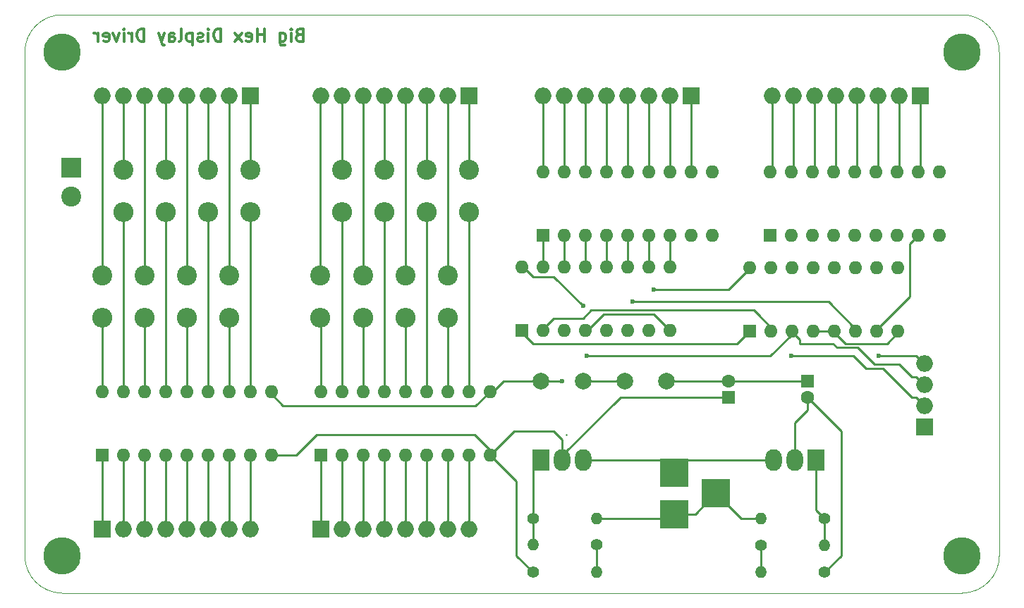
<source format=gbr>
G04 #@! TF.FileFunction,Copper,L2,Bot,Signal*
%FSLAX46Y46*%
G04 Gerber Fmt 4.6, Leading zero omitted, Abs format (unit mm)*
G04 Created by KiCad (PCBNEW 4.0.6) date 12/19/17 11:22:06*
%MOMM*%
%LPD*%
G01*
G04 APERTURE LIST*
%ADD10C,0.100000*%
%ADD11C,0.300000*%
%ADD12R,1.600000X1.600000*%
%ADD13O,1.600000X1.600000*%
%ADD14C,2.400000*%
%ADD15O,2.400000X2.400000*%
%ADD16O,1.998980X1.998980*%
%ADD17R,1.998980X1.998980*%
%ADD18C,1.400000*%
%ADD19O,1.400000X1.400000*%
%ADD20R,2.000000X2.600000*%
%ADD21O,2.000000X2.600000*%
%ADD22C,2.000000*%
%ADD23C,1.600000*%
%ADD24R,3.500000X3.500000*%
%ADD25C,4.500880*%
%ADD26R,2.400000X2.400000*%
%ADD27C,0.600000*%
%ADD28C,0.250000*%
G04 APERTURE END LIST*
D10*
D11*
X97964285Y-55392857D02*
X97749999Y-55464286D01*
X97678571Y-55535714D01*
X97607142Y-55678571D01*
X97607142Y-55892857D01*
X97678571Y-56035714D01*
X97749999Y-56107143D01*
X97892857Y-56178571D01*
X98464285Y-56178571D01*
X98464285Y-54678571D01*
X97964285Y-54678571D01*
X97821428Y-54750000D01*
X97749999Y-54821429D01*
X97678571Y-54964286D01*
X97678571Y-55107143D01*
X97749999Y-55250000D01*
X97821428Y-55321429D01*
X97964285Y-55392857D01*
X98464285Y-55392857D01*
X96964285Y-56178571D02*
X96964285Y-55178571D01*
X96964285Y-54678571D02*
X97035714Y-54750000D01*
X96964285Y-54821429D01*
X96892857Y-54750000D01*
X96964285Y-54678571D01*
X96964285Y-54821429D01*
X95607142Y-55178571D02*
X95607142Y-56392857D01*
X95678571Y-56535714D01*
X95749999Y-56607143D01*
X95892856Y-56678571D01*
X96107142Y-56678571D01*
X96249999Y-56607143D01*
X95607142Y-56107143D02*
X95749999Y-56178571D01*
X96035713Y-56178571D01*
X96178571Y-56107143D01*
X96249999Y-56035714D01*
X96321428Y-55892857D01*
X96321428Y-55464286D01*
X96249999Y-55321429D01*
X96178571Y-55250000D01*
X96035713Y-55178571D01*
X95749999Y-55178571D01*
X95607142Y-55250000D01*
X93749999Y-56178571D02*
X93749999Y-54678571D01*
X93749999Y-55392857D02*
X92892856Y-55392857D01*
X92892856Y-56178571D02*
X92892856Y-54678571D01*
X91607142Y-56107143D02*
X91749999Y-56178571D01*
X92035713Y-56178571D01*
X92178570Y-56107143D01*
X92249999Y-55964286D01*
X92249999Y-55392857D01*
X92178570Y-55250000D01*
X92035713Y-55178571D01*
X91749999Y-55178571D01*
X91607142Y-55250000D01*
X91535713Y-55392857D01*
X91535713Y-55535714D01*
X92249999Y-55678571D01*
X91035713Y-56178571D02*
X90249999Y-55178571D01*
X91035713Y-55178571D02*
X90249999Y-56178571D01*
X88535713Y-56178571D02*
X88535713Y-54678571D01*
X88178570Y-54678571D01*
X87964285Y-54750000D01*
X87821427Y-54892857D01*
X87749999Y-55035714D01*
X87678570Y-55321429D01*
X87678570Y-55535714D01*
X87749999Y-55821429D01*
X87821427Y-55964286D01*
X87964285Y-56107143D01*
X88178570Y-56178571D01*
X88535713Y-56178571D01*
X87035713Y-56178571D02*
X87035713Y-55178571D01*
X87035713Y-54678571D02*
X87107142Y-54750000D01*
X87035713Y-54821429D01*
X86964285Y-54750000D01*
X87035713Y-54678571D01*
X87035713Y-54821429D01*
X86392856Y-56107143D02*
X86249999Y-56178571D01*
X85964284Y-56178571D01*
X85821427Y-56107143D01*
X85749999Y-55964286D01*
X85749999Y-55892857D01*
X85821427Y-55750000D01*
X85964284Y-55678571D01*
X86178570Y-55678571D01*
X86321427Y-55607143D01*
X86392856Y-55464286D01*
X86392856Y-55392857D01*
X86321427Y-55250000D01*
X86178570Y-55178571D01*
X85964284Y-55178571D01*
X85821427Y-55250000D01*
X85107141Y-55178571D02*
X85107141Y-56678571D01*
X85107141Y-55250000D02*
X84964284Y-55178571D01*
X84678570Y-55178571D01*
X84535713Y-55250000D01*
X84464284Y-55321429D01*
X84392855Y-55464286D01*
X84392855Y-55892857D01*
X84464284Y-56035714D01*
X84535713Y-56107143D01*
X84678570Y-56178571D01*
X84964284Y-56178571D01*
X85107141Y-56107143D01*
X83535712Y-56178571D02*
X83678570Y-56107143D01*
X83749998Y-55964286D01*
X83749998Y-54678571D01*
X82321427Y-56178571D02*
X82321427Y-55392857D01*
X82392856Y-55250000D01*
X82535713Y-55178571D01*
X82821427Y-55178571D01*
X82964284Y-55250000D01*
X82321427Y-56107143D02*
X82464284Y-56178571D01*
X82821427Y-56178571D01*
X82964284Y-56107143D01*
X83035713Y-55964286D01*
X83035713Y-55821429D01*
X82964284Y-55678571D01*
X82821427Y-55607143D01*
X82464284Y-55607143D01*
X82321427Y-55535714D01*
X81749998Y-55178571D02*
X81392855Y-56178571D01*
X81035713Y-55178571D02*
X81392855Y-56178571D01*
X81535713Y-56535714D01*
X81607141Y-56607143D01*
X81749998Y-56678571D01*
X79321427Y-56178571D02*
X79321427Y-54678571D01*
X78964284Y-54678571D01*
X78749999Y-54750000D01*
X78607141Y-54892857D01*
X78535713Y-55035714D01*
X78464284Y-55321429D01*
X78464284Y-55535714D01*
X78535713Y-55821429D01*
X78607141Y-55964286D01*
X78749999Y-56107143D01*
X78964284Y-56178571D01*
X79321427Y-56178571D01*
X77821427Y-56178571D02*
X77821427Y-55178571D01*
X77821427Y-55464286D02*
X77749999Y-55321429D01*
X77678570Y-55250000D01*
X77535713Y-55178571D01*
X77392856Y-55178571D01*
X76892856Y-56178571D02*
X76892856Y-55178571D01*
X76892856Y-54678571D02*
X76964285Y-54750000D01*
X76892856Y-54821429D01*
X76821428Y-54750000D01*
X76892856Y-54678571D01*
X76892856Y-54821429D01*
X76321427Y-55178571D02*
X75964284Y-56178571D01*
X75607142Y-55178571D01*
X74464285Y-56107143D02*
X74607142Y-56178571D01*
X74892856Y-56178571D01*
X75035713Y-56107143D01*
X75107142Y-55964286D01*
X75107142Y-55392857D01*
X75035713Y-55250000D01*
X74892856Y-55178571D01*
X74607142Y-55178571D01*
X74464285Y-55250000D01*
X74392856Y-55392857D01*
X74392856Y-55535714D01*
X75107142Y-55678571D01*
X73749999Y-56178571D02*
X73749999Y-55178571D01*
X73749999Y-55464286D02*
X73678571Y-55321429D01*
X73607142Y-55250000D01*
X73464285Y-55178571D01*
X73321428Y-55178571D01*
D10*
X65000000Y-117500000D02*
X65000000Y-118000000D01*
X65000000Y-57500000D02*
X65000000Y-117500000D01*
X69500000Y-53000000D02*
G75*
G03X65000000Y-57500000I0J-4500000D01*
G01*
X65000000Y-118000000D02*
G75*
G03X69500000Y-122500000I4500000J0D01*
G01*
X177500000Y-122500000D02*
X69500000Y-122500000D01*
X177500000Y-53000000D02*
X69500000Y-53000000D01*
X177500000Y-122500000D02*
G75*
G03X182000000Y-118000000I0J4500000D01*
G01*
X182000000Y-57500000D02*
X182000000Y-118000000D01*
X182000000Y-57500000D02*
G75*
G03X177500000Y-53000000I-4500000J0D01*
G01*
D12*
X152000000Y-91000000D03*
D13*
X169780000Y-83380000D03*
X154540000Y-91000000D03*
X167240000Y-83380000D03*
X157080000Y-91000000D03*
X164700000Y-83380000D03*
X159620000Y-91000000D03*
X162160000Y-83380000D03*
X162160000Y-91000000D03*
X159620000Y-83380000D03*
X164700000Y-91000000D03*
X157080000Y-83380000D03*
X167240000Y-91000000D03*
X154540000Y-83380000D03*
X169780000Y-91000000D03*
X152000000Y-83380000D03*
D14*
X105600000Y-84290000D03*
D15*
X105600000Y-89370000D03*
D12*
X127200000Y-79490000D03*
D13*
X147520000Y-71870000D03*
X129740000Y-79490000D03*
X144980000Y-71870000D03*
X132280000Y-79490000D03*
X142440000Y-71870000D03*
X134820000Y-79490000D03*
X139900000Y-71870000D03*
X137360000Y-79490000D03*
X137360000Y-71870000D03*
X139900000Y-79490000D03*
X134820000Y-71870000D03*
X142440000Y-79490000D03*
X132280000Y-71870000D03*
X144980000Y-79490000D03*
X129740000Y-71870000D03*
X147520000Y-79490000D03*
X127200000Y-71870000D03*
D12*
X154500000Y-79500000D03*
D13*
X174820000Y-71880000D03*
X157040000Y-79500000D03*
X172280000Y-71880000D03*
X159580000Y-79500000D03*
X169740000Y-71880000D03*
X162120000Y-79500000D03*
X167200000Y-71880000D03*
X164660000Y-79500000D03*
X164660000Y-71880000D03*
X167200000Y-79500000D03*
X162120000Y-71880000D03*
X169740000Y-79500000D03*
X159580000Y-71880000D03*
X172280000Y-79500000D03*
X157040000Y-71880000D03*
X174820000Y-79500000D03*
X154500000Y-71880000D03*
D12*
X124660000Y-90920000D03*
D13*
X142440000Y-83300000D03*
X127200000Y-90920000D03*
X139900000Y-83300000D03*
X129740000Y-90920000D03*
X137360000Y-83300000D03*
X132280000Y-90920000D03*
X134820000Y-83300000D03*
X134820000Y-90920000D03*
X132280000Y-83300000D03*
X137360000Y-90920000D03*
X129740000Y-83300000D03*
X139900000Y-90920000D03*
X127200000Y-83300000D03*
X142440000Y-90920000D03*
X124660000Y-83300000D03*
D12*
X74270000Y-105880000D03*
D13*
X94590000Y-98260000D03*
X76810000Y-105880000D03*
X92050000Y-98260000D03*
X79350000Y-105880000D03*
X89510000Y-98260000D03*
X81890000Y-105880000D03*
X86970000Y-98260000D03*
X84430000Y-105880000D03*
X84430000Y-98260000D03*
X86970000Y-105880000D03*
X81890000Y-98260000D03*
X89510000Y-105880000D03*
X79350000Y-98260000D03*
X92050000Y-105880000D03*
X76810000Y-98260000D03*
X94590000Y-105880000D03*
X74270000Y-98260000D03*
D12*
X100520000Y-105880000D03*
D13*
X120840000Y-98260000D03*
X103060000Y-105880000D03*
X118300000Y-98260000D03*
X105600000Y-105880000D03*
X115760000Y-98260000D03*
X108140000Y-105880000D03*
X113220000Y-98260000D03*
X110680000Y-105880000D03*
X110680000Y-98260000D03*
X113220000Y-105880000D03*
X108140000Y-98260000D03*
X115760000Y-105880000D03*
X105600000Y-98260000D03*
X118300000Y-105880000D03*
X103060000Y-98260000D03*
X120840000Y-105880000D03*
X100520000Y-98260000D03*
D16*
X108140000Y-114770000D03*
D17*
X100520000Y-114770000D03*
D16*
X103060000Y-114770000D03*
X105600000Y-114770000D03*
X110680000Y-114770000D03*
X113220000Y-114770000D03*
X115760000Y-114770000D03*
X118300000Y-114770000D03*
X81890000Y-114770000D03*
D17*
X74270000Y-114770000D03*
D16*
X76810000Y-114770000D03*
X79350000Y-114770000D03*
X84430000Y-114770000D03*
X86970000Y-114770000D03*
X89510000Y-114770000D03*
X92050000Y-114770000D03*
X110680000Y-62700000D03*
D17*
X118300000Y-62700000D03*
D16*
X115760000Y-62700000D03*
X113220000Y-62700000D03*
X108140000Y-62700000D03*
X105600000Y-62700000D03*
X103060000Y-62700000D03*
X100520000Y-62700000D03*
X84430000Y-62700000D03*
D17*
X92050000Y-62700000D03*
D16*
X89510000Y-62700000D03*
X86970000Y-62700000D03*
X81890000Y-62700000D03*
X79350000Y-62700000D03*
X76810000Y-62700000D03*
X74270000Y-62700000D03*
X164880000Y-62700000D03*
D17*
X172500000Y-62700000D03*
D16*
X169960000Y-62700000D03*
X167420000Y-62700000D03*
X162340000Y-62700000D03*
X159800000Y-62700000D03*
X157260000Y-62700000D03*
X154720000Y-62700000D03*
X137380000Y-62700000D03*
D17*
X145000000Y-62700000D03*
D16*
X142460000Y-62700000D03*
X139920000Y-62700000D03*
X134840000Y-62700000D03*
X132300000Y-62700000D03*
X129760000Y-62700000D03*
X127220000Y-62700000D03*
X173000000Y-94880000D03*
D17*
X173000000Y-102500000D03*
D16*
X173000000Y-99960000D03*
X173000000Y-97420000D03*
D18*
X126000000Y-113500000D03*
D19*
X133620000Y-113500000D03*
D18*
X133650000Y-116700000D03*
D19*
X126030000Y-116700000D03*
D18*
X126000000Y-120000000D03*
D19*
X133620000Y-120000000D03*
D18*
X161000000Y-113500000D03*
D19*
X153380000Y-113500000D03*
D18*
X153350000Y-116725000D03*
D19*
X160970000Y-116725000D03*
D18*
X161000000Y-120000000D03*
D19*
X153380000Y-120000000D03*
D20*
X127000000Y-106500000D03*
D21*
X129540000Y-106500000D03*
X132080000Y-106500000D03*
D20*
X160000000Y-106500000D03*
D21*
X157460000Y-106500000D03*
X154920000Y-106500000D03*
D22*
X132000000Y-97000000D03*
X127000000Y-97000000D03*
X137000000Y-97000000D03*
X142000000Y-97000000D03*
D12*
X159000000Y-97000000D03*
D23*
X159000000Y-99000000D03*
D12*
X149500000Y-99000000D03*
D23*
X149500000Y-97000000D03*
D14*
X100500000Y-84300000D03*
D15*
X100500000Y-89380000D03*
D14*
X103060000Y-71590000D03*
D15*
X103060000Y-76670000D03*
D14*
X108140000Y-71590000D03*
D15*
X108140000Y-76670000D03*
D14*
X110680000Y-84290000D03*
D15*
X110680000Y-89370000D03*
D14*
X113220000Y-71590000D03*
D15*
X113220000Y-76670000D03*
D14*
X115760000Y-84290000D03*
D15*
X115760000Y-89370000D03*
D14*
X118300000Y-71590000D03*
D15*
X118300000Y-76670000D03*
D14*
X74270000Y-84290000D03*
D15*
X74270000Y-89370000D03*
D14*
X76810000Y-71590000D03*
D15*
X76810000Y-76670000D03*
D14*
X79350000Y-84290000D03*
D15*
X79350000Y-89370000D03*
D14*
X81890000Y-71590000D03*
D15*
X81890000Y-76670000D03*
D14*
X84430000Y-84290000D03*
D15*
X84430000Y-89370000D03*
D14*
X86970000Y-71590000D03*
D15*
X86970000Y-76670000D03*
D14*
X89510000Y-84290000D03*
D15*
X89510000Y-89370000D03*
D14*
X92050000Y-71590000D03*
D15*
X92050000Y-76670000D03*
D24*
X143000000Y-108000000D03*
X143000000Y-113000000D03*
X148000000Y-110500000D03*
D25*
X69500000Y-57500000D03*
X177500000Y-57500000D03*
X177500000Y-118000000D03*
X69500000Y-118000000D03*
D14*
X70550000Y-74850000D03*
D26*
X70550000Y-71350000D03*
D27*
X129500000Y-97000000D03*
X140500000Y-86000000D03*
X132000000Y-88000000D03*
X157000000Y-94000000D03*
X132500000Y-94000000D03*
X138000000Y-87500000D03*
X167500000Y-94000000D03*
D28*
X130040000Y-103500000D02*
X130000000Y-103500000D01*
X130000000Y-103500000D02*
X130040000Y-103500000D01*
X154920000Y-106500000D02*
X144500000Y-106500000D01*
X144500000Y-106500000D02*
X143000000Y-108000000D01*
X132080000Y-106500000D02*
X141500000Y-106500000D01*
X141500000Y-106500000D02*
X143000000Y-108000000D01*
X132000000Y-97000000D02*
X137000000Y-97000000D01*
X133620000Y-113500000D02*
X142500000Y-113500000D01*
X142500000Y-113500000D02*
X143000000Y-113000000D01*
X143000000Y-113000000D02*
X145500000Y-113000000D01*
X145500000Y-113000000D02*
X148000000Y-110500000D01*
X153380000Y-113500000D02*
X151000000Y-113500000D01*
X151000000Y-113500000D02*
X148000000Y-110500000D01*
X133500000Y-90000000D02*
X134500000Y-89000000D01*
X140500000Y-89000000D02*
X141500000Y-90000000D01*
X134500000Y-89000000D02*
X140500000Y-89000000D01*
X94590000Y-98260000D02*
X94590000Y-98590000D01*
X94590000Y-98590000D02*
X96000000Y-100000000D01*
X119100000Y-100000000D02*
X120840000Y-98260000D01*
X96000000Y-100000000D02*
X119100000Y-100000000D01*
X127000000Y-97000000D02*
X129500000Y-97000000D01*
X94590000Y-98260000D02*
X94500000Y-98500000D01*
X120500000Y-98500000D02*
X121000000Y-98500000D01*
X121000000Y-98500000D02*
X120840000Y-98260000D01*
X120840000Y-98260000D02*
X121000000Y-98500000D01*
X121000000Y-98500000D02*
X122500000Y-97000000D01*
X122500000Y-97000000D02*
X127000000Y-97000000D01*
X132280000Y-90920000D02*
X132500000Y-91000000D01*
X132500000Y-91000000D02*
X133500000Y-90000000D01*
X141500000Y-90000000D02*
X142500000Y-91000000D01*
X142500000Y-91000000D02*
X142440000Y-90920000D01*
X149500000Y-97000000D02*
X159000000Y-97000000D01*
X162160000Y-91000000D02*
X162000000Y-91000000D01*
X162000000Y-91000000D02*
X163500000Y-92500000D01*
X163500000Y-92500000D02*
X168500000Y-92500000D01*
X168500000Y-92500000D02*
X170000000Y-91000000D01*
X170000000Y-91000000D02*
X169780000Y-91000000D01*
X142000000Y-97000000D02*
X149500000Y-97000000D01*
X159620000Y-91000000D02*
X162160000Y-91000000D01*
X129540000Y-106500000D02*
X129540000Y-105960000D01*
X129540000Y-105960000D02*
X136500000Y-99000000D01*
X136500000Y-99000000D02*
X149500000Y-99000000D01*
X126000000Y-120000000D02*
X124000000Y-118000000D01*
X124000000Y-109040000D02*
X120840000Y-105880000D01*
X124000000Y-118000000D02*
X124000000Y-109040000D01*
X129540000Y-106500000D02*
X129540000Y-104040000D01*
X123720000Y-103000000D02*
X120840000Y-105880000D01*
X128500000Y-103000000D02*
X123720000Y-103000000D01*
X129540000Y-104040000D02*
X128500000Y-103000000D01*
X120840000Y-105880000D02*
X120880000Y-105880000D01*
X130040000Y-105460000D02*
X130000000Y-105500000D01*
X94590000Y-105880000D02*
X97620000Y-105880000D01*
X119000000Y-103500000D02*
X120840000Y-105340000D01*
X100000000Y-103500000D02*
X119000000Y-103500000D01*
X97620000Y-105880000D02*
X100000000Y-103500000D01*
X120840000Y-105340000D02*
X120840000Y-105880000D01*
X120840000Y-105880000D02*
X121000000Y-106000000D01*
X94500000Y-106000000D02*
X94590000Y-105880000D01*
X120840000Y-105880000D02*
X121000000Y-106000000D01*
X121000000Y-106000000D02*
X121500000Y-105500000D01*
X161000000Y-120000000D02*
X163000000Y-118000000D01*
X163000000Y-103000000D02*
X159000000Y-99000000D01*
X163000000Y-118000000D02*
X163000000Y-103000000D01*
X159000000Y-99000000D02*
X159000000Y-100500000D01*
X157460000Y-102040000D02*
X157460000Y-106500000D01*
X159000000Y-100500000D02*
X157460000Y-102040000D01*
X152000000Y-83380000D02*
X152000000Y-83500000D01*
X152000000Y-83500000D02*
X149500000Y-86000000D01*
X149500000Y-86000000D02*
X140500000Y-86000000D01*
X132000000Y-88000000D02*
X128500000Y-84500000D01*
X128500000Y-84500000D02*
X126000000Y-84500000D01*
X126000000Y-84500000D02*
X125000000Y-83500000D01*
X125000000Y-83500000D02*
X124500000Y-83500000D01*
X124500000Y-83500000D02*
X124660000Y-83300000D01*
X127200000Y-79490000D02*
X127200000Y-83300000D01*
X129740000Y-83300000D02*
X129740000Y-79490000D01*
X144980000Y-71870000D02*
X144980000Y-62980000D01*
X132280000Y-79490000D02*
X132280000Y-83300000D01*
X142440000Y-62980000D02*
X142440000Y-71870000D01*
X134820000Y-83300000D02*
X134820000Y-79490000D01*
X139900000Y-62980000D02*
X139900000Y-71870000D01*
X137360000Y-79490000D02*
X137360000Y-83300000D01*
X137360000Y-62980000D02*
X137360000Y-71870000D01*
X139900000Y-83300000D02*
X139900000Y-79490000D01*
X134820000Y-71870000D02*
X134820000Y-62980000D01*
X142440000Y-79490000D02*
X142440000Y-83300000D01*
X132280000Y-62980000D02*
X132280000Y-71870000D01*
X129740000Y-71870000D02*
X129740000Y-62980000D01*
X127200000Y-71870000D02*
X127200000Y-62980000D01*
X172480000Y-62730000D02*
X172480000Y-71620000D01*
X169940000Y-62730000D02*
X169940000Y-71620000D01*
X167400000Y-62730000D02*
X167400000Y-71620000D01*
X164860000Y-62730000D02*
X164860000Y-71620000D01*
X162320000Y-62730000D02*
X162320000Y-71620000D01*
X159780000Y-71620000D02*
X159780000Y-62730000D01*
X172480000Y-79240000D02*
X171210000Y-80510000D01*
X171210000Y-80510000D02*
X171210000Y-86860000D01*
X171210000Y-86860000D02*
X167400000Y-90670000D01*
X157240000Y-62730000D02*
X157240000Y-71620000D01*
X154700000Y-62730000D02*
X154700000Y-71620000D01*
X152000000Y-91000000D02*
X150500000Y-92500000D01*
X150500000Y-92500000D02*
X126000000Y-92500000D01*
X126000000Y-92500000D02*
X124500000Y-91000000D01*
X124500000Y-91000000D02*
X124660000Y-90920000D01*
X131500000Y-89500000D02*
X132000000Y-89500000D01*
X152500000Y-88500000D02*
X153000000Y-89000000D01*
X133000000Y-88500000D02*
X152500000Y-88500000D01*
X132000000Y-89500000D02*
X133000000Y-88500000D01*
X173000000Y-99960000D02*
X173000000Y-100000000D01*
X173000000Y-100000000D02*
X172000000Y-99000000D01*
X172000000Y-99000000D02*
X171500000Y-99000000D01*
X171500000Y-99000000D02*
X168000000Y-95500000D01*
X168000000Y-95500000D02*
X166000000Y-95500000D01*
X166000000Y-95500000D02*
X164500000Y-94000000D01*
X164500000Y-94000000D02*
X157000000Y-94000000D01*
X154540000Y-91000000D02*
X154500000Y-91000000D01*
X154500000Y-91000000D02*
X154500000Y-90500000D01*
X154500000Y-90500000D02*
X153000000Y-89000000D01*
X131500000Y-89500000D02*
X128500000Y-89500000D01*
X128500000Y-89500000D02*
X127000000Y-91000000D01*
X127000000Y-91000000D02*
X127200000Y-90920000D01*
X173000000Y-97420000D02*
X173000000Y-97500000D01*
X173000000Y-97500000D02*
X172000000Y-96500000D01*
X172000000Y-96500000D02*
X171500000Y-96500000D01*
X171500000Y-96500000D02*
X170000000Y-95000000D01*
X170000000Y-95000000D02*
X167000000Y-95000000D01*
X167000000Y-95000000D02*
X165000000Y-93000000D01*
X165000000Y-93000000D02*
X162500000Y-93000000D01*
X162500000Y-93000000D02*
X162000000Y-92500000D01*
X162000000Y-92500000D02*
X158000000Y-92500000D01*
X158000000Y-92500000D02*
X158000000Y-92000000D01*
X158000000Y-92000000D02*
X157000000Y-91000000D01*
X157000000Y-91000000D02*
X157080000Y-91000000D01*
X157080000Y-91000000D02*
X157000000Y-91000000D01*
X157000000Y-91000000D02*
X157000000Y-91500000D01*
X157000000Y-91500000D02*
X154500000Y-94000000D01*
X154500000Y-94000000D02*
X132500000Y-94000000D01*
X164700000Y-91000000D02*
X164500000Y-91000000D01*
X164500000Y-91000000D02*
X164500000Y-90500000D01*
X164500000Y-90500000D02*
X161500000Y-87500000D01*
X161500000Y-87500000D02*
X138000000Y-87500000D01*
X173000000Y-94880000D02*
X173000000Y-95000000D01*
X173000000Y-95000000D02*
X172000000Y-94000000D01*
X172000000Y-94000000D02*
X167500000Y-94000000D01*
X74270000Y-105880000D02*
X74270000Y-114770000D01*
X76810000Y-105880000D02*
X76810000Y-114770000D01*
X92050000Y-98260000D02*
X92050000Y-76670000D01*
X79350000Y-105880000D02*
X79350000Y-114770000D01*
X89510000Y-98260000D02*
X89510000Y-89370000D01*
X81890000Y-114770000D02*
X81890000Y-105880000D01*
X86970000Y-98260000D02*
X86970000Y-76670000D01*
X84430000Y-105880000D02*
X84430000Y-114770000D01*
X84430000Y-98260000D02*
X84430000Y-89370000D01*
X86970000Y-105880000D02*
X86970000Y-114770000D01*
X81890000Y-98260000D02*
X81890000Y-76670000D01*
X89510000Y-114770000D02*
X89510000Y-105880000D01*
X79350000Y-98260000D02*
X79350000Y-89370000D01*
X92050000Y-105880000D02*
X92050000Y-114770000D01*
X76810000Y-98260000D02*
X76810000Y-76670000D01*
X74270000Y-98260000D02*
X74270000Y-89370000D01*
X100520000Y-114770000D02*
X100520000Y-105880000D01*
X103060000Y-105880000D02*
X103060000Y-114770000D01*
X118300000Y-98260000D02*
X118300000Y-76670000D01*
X105600000Y-105880000D02*
X105600000Y-114770000D01*
X115760000Y-98260000D02*
X115760000Y-89370000D01*
X108140000Y-105880000D02*
X108140000Y-114770000D01*
X113220000Y-98260000D02*
X113220000Y-76670000D01*
X110680000Y-105880000D02*
X110680000Y-114770000D01*
X110680000Y-98260000D02*
X110680000Y-89370000D01*
X113220000Y-105880000D02*
X113220000Y-114770000D01*
X108140000Y-98260000D02*
X108140000Y-76670000D01*
X115760000Y-105880000D02*
X115760000Y-114770000D01*
X105600000Y-98260000D02*
X105600000Y-89370000D01*
X118300000Y-105880000D02*
X118300000Y-114770000D01*
X103060000Y-98260000D02*
X103060000Y-76670000D01*
X100520000Y-98260000D02*
X100520000Y-89600000D01*
X100520000Y-89600000D02*
X100500000Y-89580000D01*
X110680000Y-84290000D02*
X110680000Y-62700000D01*
X118300000Y-71590000D02*
X118300000Y-62700000D01*
X115760000Y-84290000D02*
X115760000Y-62700000D01*
X113220000Y-71590000D02*
X113220000Y-62700000D01*
X108140000Y-71590000D02*
X108140000Y-62700000D01*
X105600000Y-84290000D02*
X105600000Y-62700000D01*
X103060000Y-71590000D02*
X103060000Y-62700000D01*
X100500000Y-84500000D02*
X100500000Y-62720000D01*
X100500000Y-62720000D02*
X100520000Y-62700000D01*
X84430000Y-84290000D02*
X84430000Y-62700000D01*
X92050000Y-71590000D02*
X92050000Y-62700000D01*
X89510000Y-84290000D02*
X89510000Y-62700000D01*
X86970000Y-71590000D02*
X86970000Y-62700000D01*
X81890000Y-71590000D02*
X81890000Y-62700000D01*
X79350000Y-84290000D02*
X79350000Y-62700000D01*
X76810000Y-71590000D02*
X76810000Y-62700000D01*
X74270000Y-84290000D02*
X74270000Y-62700000D01*
X126000000Y-113500000D02*
X126000000Y-107500000D01*
X126000000Y-107500000D02*
X127000000Y-106500000D01*
X126030000Y-116700000D02*
X126030000Y-113530000D01*
X126030000Y-113530000D02*
X126000000Y-113500000D01*
X126350000Y-113870000D02*
X126380000Y-113900000D01*
X133620000Y-120000000D02*
X133620000Y-116730000D01*
X133620000Y-116730000D02*
X133650000Y-116700000D01*
X161000000Y-113500000D02*
X161000000Y-116695000D01*
X161000000Y-116695000D02*
X160970000Y-116725000D01*
X160000000Y-106500000D02*
X160000000Y-112500000D01*
X160000000Y-112500000D02*
X161000000Y-113500000D01*
X153350000Y-116725000D02*
X153350000Y-119970000D01*
X153350000Y-119970000D02*
X153380000Y-120000000D01*
M02*

</source>
